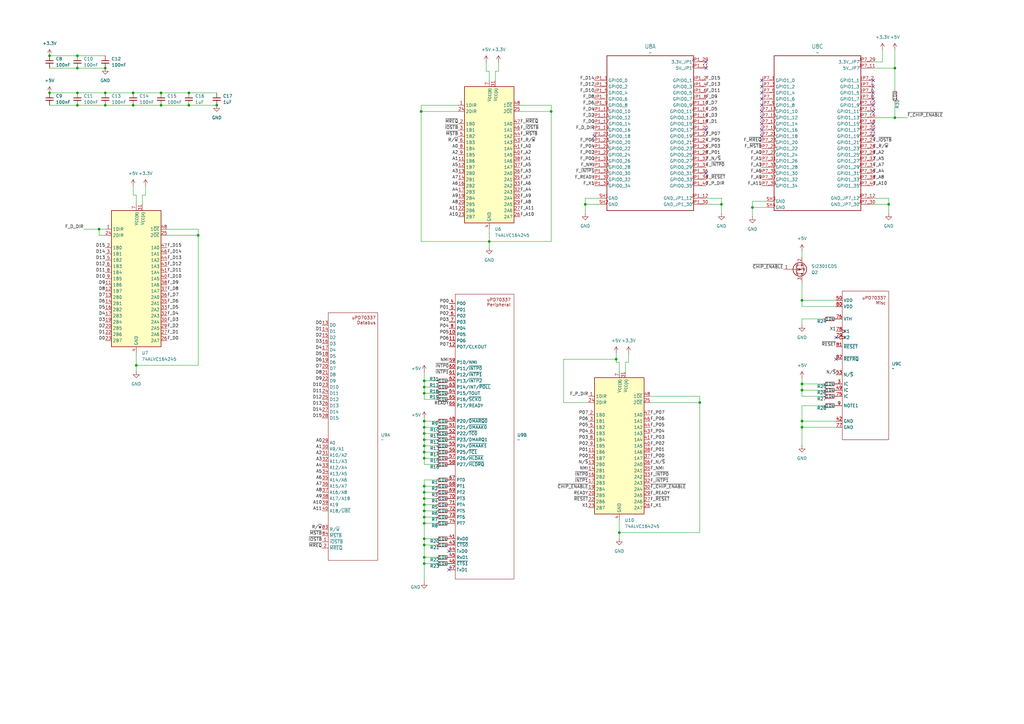
<source format=kicad_sch>
(kicad_sch (version 20231120) (generator "eeschema") (generator_version "8.0")
  (paper "A3")
  (junction (at 252.73 147.32))
  (junction (at 173.99 187.96))
  (junction (at 31.75 27.94))
  (junction (at 328.93 123.19))
  (junction (at 81.28 96.52))
  (junction (at 200.66 99.06))
  (junction (at 173.99 158.75))
  (junction (at 173.99 156.21))
  (junction (at 173.99 182.88))
  (junction (at 173.99 231.14))
  (junction (at 55.88 149.86))
  (junction (at 328.93 175.26))
  (junction (at 173.99 214.63))
  (junction (at 43.18 43.18))
  (junction (at 173.99 175.26))
  (junction (at 295.91 83.82))
  (junction (at 172.72 45.72))
  (junction (at 40.64 93.98))
  (junction (at 287.02 165.1))
  (junction (at 173.99 161.29))
  (junction (at 367.03 27.94))
  (junction (at 367.03 48.26))
  (junction (at 54.61 38.1))
  (junction (at 173.99 220.98))
  (junction (at 66.04 43.18))
  (junction (at 31.75 38.1))
  (junction (at 77.47 43.18))
  (junction (at 308.61 85.09))
  (junction (at 31.75 43.18))
  (junction (at 364.49 83.82))
  (junction (at 54.61 43.18))
  (junction (at 66.04 38.1))
  (junction (at 173.99 207.01))
  (junction (at 328.93 160.02))
  (junction (at 173.99 185.42))
  (junction (at 173.99 223.52))
  (junction (at 226.06 45.72))
  (junction (at 173.99 212.09))
  (junction (at 328.93 157.48))
  (junction (at 31.75 22.86))
  (junction (at 328.93 172.72))
  (junction (at 173.99 209.55))
  (junction (at 43.18 27.94))
  (junction (at 88.9 43.18))
  (junction (at 173.99 199.39))
  (junction (at 77.47 38.1))
  (junction (at 43.18 38.1))
  (junction (at 254 218.44))
  (junction (at 173.99 204.47))
  (junction (at 173.99 177.8))
  (junction (at 20.32 22.86))
  (junction (at 20.32 38.1))
  (junction (at 173.99 228.6))
  (junction (at 173.99 172.72))
  (junction (at 173.99 201.93))
  (junction (at 240.03 83.82))
  (junction (at 173.99 180.34))
  (no_connect (at 358.14 40.64))
  (no_connect (at 312.42 53.34))
  (no_connect (at 312.42 40.64))
  (no_connect (at 358.14 43.18))
  (no_connect (at 184.15 233.68))
  (no_connect (at 289.56 71.12))
  (no_connect (at 312.42 45.72))
  (no_connect (at 312.42 35.56))
  (no_connect (at 312.42 55.88))
  (no_connect (at 358.14 50.8))
  (no_connect (at 358.14 53.34))
  (no_connect (at 312.42 48.26))
  (no_connect (at 312.42 33.02))
  (no_connect (at 289.56 53.34))
  (no_connect (at 358.14 35.56))
  (no_connect (at 312.42 50.8))
  (no_connect (at 358.14 38.1))
  (no_connect (at 184.15 226.06))
  (no_connect (at 342.9 147.32))
  (no_connect (at 358.14 55.88))
  (no_connect (at 312.42 43.18))
  (no_connect (at 312.42 38.1))
  (no_connect (at 358.14 45.72))
  (no_connect (at 243.84 55.88))
  (no_connect (at 289.56 27.94))
  (no_connect (at 358.14 33.02))
  (no_connect (at 342.9 138.43))
  (no_connect (at 289.56 25.4))
  (wire (pts (xy 40.64 96.52) (xy 40.64 93.98)))
  (wire (pts (xy 256.54 148.59) (xy 257.81 148.59)))
  (wire (pts (xy 173.99 220.98) (xy 173.99 223.52)))
  (wire (pts (xy 173.99 231.14) (xy 179.07 231.14)))
  (wire (pts (xy 256.54 152.4) (xy 256.54 148.59)))
  (wire (pts (xy 328.93 130.81) (xy 328.93 133.35)))
  (wire (pts (xy 173.99 199.39) (xy 179.07 199.39)))
  (wire (pts (xy 187.96 43.18) (xy 172.72 43.18)))
  (wire (pts (xy 200.66 33.02) (xy 200.66 29.21)))
  (wire (pts (xy 58.42 80.01) (xy 59.69 80.01)))
  (wire (pts (xy 295.91 83.82) (xy 295.91 87.63)))
  (wire (pts (xy 213.36 45.72) (xy 226.06 45.72)))
  (wire (pts (xy 342.9 125.73) (xy 328.93 125.73)))
  (wire (pts (xy 66.04 43.18) (xy 77.47 43.18)))
  (wire (pts (xy 308.61 82.55) (xy 308.61 85.09)))
  (wire (pts (xy 328.93 102.87) (xy 328.93 105.41)))
  (wire (pts (xy 173.99 212.09) (xy 173.99 214.63)))
  (wire (pts (xy 342.9 123.19) (xy 328.93 123.19)))
  (wire (pts (xy 173.99 214.63) (xy 179.07 214.63)))
  (wire (pts (xy 173.99 187.96) (xy 173.99 190.5)))
  (wire (pts (xy 328.93 172.72) (xy 328.93 175.26)))
  (wire (pts (xy 173.99 185.42) (xy 173.99 187.96)))
  (wire (pts (xy 314.96 85.09) (xy 308.61 85.09)))
  (wire (pts (xy 55.88 80.01) (xy 54.61 80.01)))
  (wire (pts (xy 173.99 161.29) (xy 173.99 163.83)))
  (wire (pts (xy 254 152.4) (xy 254 148.59)))
  (wire (pts (xy 55.88 149.86) (xy 55.88 152.4)))
  (wire (pts (xy 287.02 162.56) (xy 266.7 162.56)))
  (wire (pts (xy 77.47 43.18) (xy 88.9 43.18)))
  (wire (pts (xy 173.99 209.55) (xy 173.99 212.09)))
  (wire (pts (xy 59.69 80.01) (xy 59.69 76.2)))
  (wire (pts (xy 173.99 201.93) (xy 173.99 204.47)))
  (wire (pts (xy 173.99 212.09) (xy 179.07 212.09)))
  (wire (pts (xy 289.56 83.82) (xy 295.91 83.82)))
  (wire (pts (xy 172.72 43.18) (xy 172.72 45.72)))
  (wire (pts (xy 43.18 96.52) (xy 40.64 96.52)))
  (wire (pts (xy 68.58 93.98) (xy 81.28 93.98)))
  (wire (pts (xy 252.73 147.32) (xy 252.73 144.78)))
  (wire (pts (xy 173.99 163.83) (xy 179.07 163.83)))
  (wire (pts (xy 287.02 165.1) (xy 287.02 218.44)))
  (wire (pts (xy 266.7 165.1) (xy 287.02 165.1)))
  (wire (pts (xy 20.32 43.18) (xy 31.75 43.18)))
  (wire (pts (xy 54.61 43.18) (xy 66.04 43.18)))
  (wire (pts (xy 58.42 83.82) (xy 58.42 80.01)))
  (wire (pts (xy 173.99 182.88) (xy 179.07 182.88)))
  (wire (pts (xy 173.99 223.52) (xy 173.99 228.6)))
  (wire (pts (xy 173.99 156.21) (xy 173.99 158.75)))
  (wire (pts (xy 226.06 45.72) (xy 226.06 43.18)))
  (wire (pts (xy 55.88 144.78) (xy 55.88 149.86)))
  (wire (pts (xy 54.61 38.1) (xy 66.04 38.1)))
  (wire (pts (xy 254 218.44) (xy 254 220.98)))
  (wire (pts (xy 240.03 83.82) (xy 240.03 87.63)))
  (wire (pts (xy 173.99 228.6) (xy 173.99 231.14)))
  (wire (pts (xy 55.88 83.82) (xy 55.88 80.01)))
  (wire (pts (xy 173.99 185.42) (xy 179.07 185.42)))
  (wire (pts (xy 68.58 96.52) (xy 81.28 96.52)))
  (wire (pts (xy 254 148.59) (xy 252.73 148.59)))
  (wire (pts (xy 328.93 160.02) (xy 337.82 160.02)))
  (wire (pts (xy 328.93 166.37) (xy 328.93 172.72)))
  (wire (pts (xy 328.93 162.56) (xy 337.82 162.56)))
  (wire (pts (xy 287.02 218.44) (xy 254 218.44)))
  (wire (pts (xy 358.14 25.4) (xy 361.95 25.4)))
  (wire (pts (xy 358.14 81.28) (xy 364.49 81.28)))
  (wire (pts (xy 367.03 27.94) (xy 367.03 20.32)))
  (wire (pts (xy 43.18 38.1) (xy 54.61 38.1)))
  (wire (pts (xy 314.96 82.55) (xy 308.61 82.55)))
  (wire (pts (xy 367.03 27.94) (xy 367.03 36.83)))
  (wire (pts (xy 372.11 48.26) (xy 367.03 48.26)))
  (wire (pts (xy 173.99 199.39) (xy 173.99 201.93)))
  (wire (pts (xy 173.99 209.55) (xy 179.07 209.55)))
  (wire (pts (xy 173.99 175.26) (xy 173.99 177.8)))
  (wire (pts (xy 81.28 149.86) (xy 55.88 149.86)))
  (wire (pts (xy 31.75 27.94) (xy 43.18 27.94)))
  (wire (pts (xy 203.2 33.02) (xy 203.2 29.21)))
  (wire (pts (xy 173.99 161.29) (xy 179.07 161.29)))
  (wire (pts (xy 173.99 190.5) (xy 179.07 190.5)))
  (wire (pts (xy 200.66 93.98) (xy 200.66 99.06)))
  (wire (pts (xy 31.75 38.1) (xy 43.18 38.1)))
  (wire (pts (xy 199.39 29.21) (xy 199.39 25.4)))
  (wire (pts (xy 173.99 171.45) (xy 173.99 172.72)))
  (wire (pts (xy 31.75 22.86) (xy 43.18 22.86)))
  (wire (pts (xy 204.47 29.21) (xy 204.47 25.4)))
  (wire (pts (xy 231.14 147.32) (xy 231.14 165.1)))
  (wire (pts (xy 328.93 157.48) (xy 337.82 157.48)))
  (wire (pts (xy 173.99 231.14) (xy 173.99 238.76)))
  (wire (pts (xy 173.99 158.75) (xy 179.07 158.75)))
  (wire (pts (xy 367.03 41.91) (xy 367.03 48.26)))
  (wire (pts (xy 81.28 93.98) (xy 81.28 96.52)))
  (wire (pts (xy 173.99 223.52) (xy 179.07 223.52)))
  (wire (pts (xy 364.49 81.28) (xy 364.49 83.82)))
  (wire (pts (xy 172.72 45.72) (xy 172.72 99.06)))
  (wire (pts (xy 173.99 177.8) (xy 179.07 177.8)))
  (wire (pts (xy 173.99 196.85) (xy 173.99 199.39)))
  (wire (pts (xy 173.99 201.93) (xy 179.07 201.93)))
  (wire (pts (xy 328.93 157.48) (xy 328.93 160.02)))
  (wire (pts (xy 77.47 38.1) (xy 88.9 38.1)))
  (wire (pts (xy 231.14 147.32) (xy 252.73 147.32)))
  (wire (pts (xy 20.32 27.94) (xy 31.75 27.94)))
  (wire (pts (xy 173.99 204.47) (xy 173.99 207.01)))
  (wire (pts (xy 240.03 81.28) (xy 240.03 83.82)))
  (wire (pts (xy 308.61 85.09) (xy 308.61 88.9)))
  (wire (pts (xy 173.99 182.88) (xy 173.99 185.42)))
  (wire (pts (xy 173.99 158.75) (xy 173.99 161.29)))
  (wire (pts (xy 328.93 130.81) (xy 337.82 130.81)))
  (wire (pts (xy 364.49 83.82) (xy 364.49 87.63)))
  (wire (pts (xy 328.93 123.19) (xy 328.93 125.73)))
  (wire (pts (xy 173.99 204.47) (xy 179.07 204.47)))
  (wire (pts (xy 328.93 115.57) (xy 328.93 123.19)))
  (wire (pts (xy 254 213.36) (xy 254 218.44)))
  (wire (pts (xy 287.02 165.1) (xy 287.02 162.56)))
  (wire (pts (xy 200.66 99.06) (xy 200.66 101.6)))
  (wire (pts (xy 173.99 177.8) (xy 173.99 180.34)))
  (wire (pts (xy 172.72 45.72) (xy 187.96 45.72)))
  (wire (pts (xy 342.9 172.72) (xy 328.93 172.72)))
  (wire (pts (xy 328.93 175.26) (xy 342.9 175.26)))
  (wire (pts (xy 295.91 81.28) (xy 295.91 83.82)))
  (wire (pts (xy 173.99 214.63) (xy 173.99 220.98)))
  (wire (pts (xy 361.95 25.4) (xy 361.95 20.32)))
  (wire (pts (xy 81.28 96.52) (xy 81.28 149.86)))
  (wire (pts (xy 328.93 160.02) (xy 328.93 162.56)))
  (wire (pts (xy 54.61 80.01) (xy 54.61 76.2)))
  (wire (pts (xy 173.99 172.72) (xy 179.07 172.72)))
  (wire (pts (xy 241.3 165.1) (xy 231.14 165.1)))
  (wire (pts (xy 173.99 228.6) (xy 179.07 228.6)))
  (wire (pts (xy 34.29 93.98) (xy 40.64 93.98)))
  (wire (pts (xy 31.75 43.18) (xy 43.18 43.18)))
  (wire (pts (xy 358.14 83.82) (xy 364.49 83.82)))
  (wire (pts (xy 328.93 175.26) (xy 328.93 182.88)))
  (wire (pts (xy 226.06 45.72) (xy 226.06 99.06)))
  (wire (pts (xy 367.03 48.26) (xy 358.14 48.26)))
  (wire (pts (xy 173.99 175.26) (xy 179.07 175.26)))
  (wire (pts (xy 66.04 38.1) (xy 77.47 38.1)))
  (wire (pts (xy 20.32 22.86) (xy 31.75 22.86)))
  (wire (pts (xy 40.64 93.98) (xy 43.18 93.98)))
  (wire (pts (xy 226.06 43.18) (xy 213.36 43.18)))
  (wire (pts (xy 289.56 81.28) (xy 295.91 81.28)))
  (wire (pts (xy 173.99 207.01) (xy 173.99 209.55)))
  (wire (pts (xy 200.66 29.21) (xy 199.39 29.21)))
  (wire (pts (xy 173.99 172.72) (xy 173.99 175.26)))
  (wire (pts (xy 173.99 196.85) (xy 179.07 196.85)))
  (wire (pts (xy 358.14 27.94) (xy 367.03 27.94)))
  (wire (pts (xy 246.38 81.28) (xy 240.03 81.28)))
  (wire (pts (xy 203.2 29.21) (xy 204.47 29.21)))
  (wire (pts (xy 173.99 156.21) (xy 179.07 156.21)))
  (wire (pts (xy 173.99 180.34) (xy 179.07 180.34)))
  (wire (pts (xy 257.81 148.59) (xy 257.81 144.78)))
  (wire (pts (xy 328.93 166.37) (xy 337.82 166.37)))
  (wire (pts (xy 173.99 220.98) (xy 179.07 220.98)))
  (wire (pts (xy 172.72 99.06) (xy 200.66 99.06)))
  (wire (pts (xy 328.93 154.94) (xy 328.93 157.48)))
  (wire (pts (xy 246.38 83.82) (xy 240.03 83.82)))
  (wire (pts (xy 252.73 148.59) (xy 252.73 147.32)))
  (wire (pts (xy 173.99 152.4) (xy 173.99 156.21)))
  (wire (pts (xy 173.99 207.01) (xy 179.07 207.01)))
  (wire (pts (xy 173.99 180.34) (xy 173.99 182.88)))
  (wire (pts (xy 20.32 38.1) (xy 31.75 38.1)))
  (wire (pts (xy 173.99 187.96) (xy 179.07 187.96)))
  (wire (pts (xy 43.18 43.18) (xy 54.61 43.18)))
  (wire (pts (xy 226.06 99.06) (xy 200.66 99.06)))
  (label "F_~{MSTB}" (at 312.42 60.96 180))
  (label "F_A5" (at 213.36 68.58 0))
  (label "A1" (at 187.96 66.04 180))
  (label "D6" (at 132.08 148.59 180))
  (label "~{MSTB}" (at 132.08 219.71 180))
  (label "D1" (at 132.08 135.89 180))
  (label "A4" (at 187.96 78.74 180))
  (label "A0" (at 187.96 60.96 180))
  (label "F_A6" (at 213.36 76.2 0))
  (label "F_D_DIR" (at 243.84 53.34 180))
  (label "P02" (at 184.15 129.54 180))
  (label "A1" (at 132.08 184.15 180))
  (label "F_A10" (at 358.14 76.2 0))
  (label "F_P03" (at 289.56 60.96 0))
  (label "D4" (at 132.08 143.51 180))
  (label "D6" (at 43.18 124.46 180))
  (label "F_D8" (at 68.58 119.38 0))
  (label "F_N{slash}~{S}" (at 266.7 190.5 0))
  (label "A10" (at 187.96 88.9 180))
  (label "F_P06" (at 266.7 172.72 0))
  (label "D0" (at 132.08 133.35 180))
  (label "F_D3" (at 289.56 48.26 0))
  (label "~{CHIP_ENABLE}" (at 241.3 200.66 180))
  (label "READY" (at 184.15 166.37 180))
  (label "R{slash}~{W}" (at 132.08 217.17 180))
  (label "F_A1" (at 312.42 66.04 180))
  (label "D11" (at 132.08 161.29 180))
  (label "P00" (at 184.15 124.46 180))
  (label "D1" (at 43.18 137.16 180))
  (label "D13" (at 43.18 106.68 180))
  (label "F_R{slash}~{W}" (at 358.14 60.96 0))
  (label "F_~{MREQ}" (at 312.42 58.42 180))
  (label "~{INTP1}" (at 184.15 153.67 180))
  (label "D7" (at 132.08 151.13 180))
  (label "~{INTP0}" (at 184.15 151.13 180))
  (label "A2" (at 132.08 186.69 180))
  (label "F_D9" (at 68.58 116.84 0))
  (label "A6" (at 132.08 196.85 180))
  (label "F_P04" (at 266.7 177.8 0))
  (label "N{slash}~{S}" (at 241.3 190.5 180))
  (label "F_A4" (at 213.36 78.74 0))
  (label "F_D4" (at 68.58 129.54 0))
  (label "P02" (at 241.3 182.88 180))
  (label "P06" (at 184.15 139.7 180))
  (label "F_D2" (at 68.58 134.62 0))
  (label "~{IOSTB}" (at 187.96 53.34 180))
  (label "A8" (at 187.96 83.82 180))
  (label "F_A0" (at 312.42 63.5 180))
  (label "F_P_DIR" (at 241.3 162.56 180))
  (label "F_D5" (at 68.58 127 0))
  (label "D10" (at 132.08 158.75 180))
  (label "D2" (at 43.18 134.62 180))
  (label "F_D0" (at 243.84 50.8 180))
  (label "A11" (at 187.96 86.36 180))
  (label "F_D13" (at 68.58 106.68 0))
  (label "F_R{slash}~{W}" (at 213.36 58.42 0))
  (label "~{F_CHIP_ENABLE}" (at 266.7 200.66 0))
  (label "F_D1" (at 68.58 137.16 0))
  (label "F_P02" (at 243.84 63.5 180))
  (label "F_A5" (at 358.14 66.04 0))
  (label "D14" (at 43.18 104.14 180))
  (label "A5" (at 132.08 194.31 180))
  (label "D15" (at 132.08 171.45 180))
  (label "~{INTP1}" (at 241.3 198.12 180))
  (label "F_A9" (at 213.36 81.28 0))
  (label "F_A3" (at 213.36 71.12 0))
  (label "~{MREQ}" (at 132.08 224.79 180))
  (label "F_A11" (at 213.36 86.36 0))
  (label "D12" (at 43.18 109.22 180))
  (label "F_P00" (at 243.84 66.04 180))
  (label "F_P01" (at 266.7 185.42 0))
  (label "A2" (at 187.96 63.5 180))
  (label "A4" (at 132.08 191.77 180))
  (label "D7" (at 43.18 121.92 180))
  (label "NMI" (at 241.3 193.04 180))
  (label "X1" (at 342.9 135.89 180))
  (label "F_N{slash}~{S}" (at 289.56 66.04 0))
  (label "P01" (at 241.3 185.42 180))
  (label "F_D15" (at 289.56 33.02 0))
  (label "F_P05" (at 289.56 58.42 0))
  (label "D15" (at 43.18 101.6 180))
  (label "~{CHIP_ENABLE}" (at 321.31 110.49 180))
  (label "~{RESET}" (at 342.9 142.24 180))
  (label "F_P03" (at 266.7 180.34 0))
  (label "R{slash}~{W}" (at 187.96 58.42 180))
  (label "F_P02" (at 266.7 182.88 0))
  (label "D5" (at 43.18 127 180))
  (label "D10" (at 43.18 114.3 180))
  (label "A9" (at 132.08 204.47 180))
  (label "F_A7" (at 358.14 68.58 0))
  (label "P00" (at 241.3 187.96 180))
  (label "F_~{INTP0}" (at 266.7 195.58 0))
  (label "P06" (at 241.3 172.72 180))
  (label "P05" (at 241.3 175.26 180))
  (label "F_D7" (at 68.58 121.92 0))
  (label "F_A4" (at 358.14 71.12 0))
  (label "F_D10" (at 243.84 38.1 180))
  (label "A8" (at 132.08 201.93 180))
  (label "P03" (at 241.3 180.34 180))
  (label "F_~{INTP0}" (at 289.56 68.58 0))
  (label "F_~{INTP1}" (at 266.7 198.12 0))
  (label "F_A2" (at 358.14 63.5 0))
  (label "~{F_CHIP_ENABLE}" (at 372.11 48.26 0))
  (label "D14" (at 132.08 168.91 180))
  (label "~{INTP0}" (at 241.3 195.58 180))
  (label "F_D8" (at 243.84 40.64 180))
  (label "D2" (at 132.08 138.43 180))
  (label "F_A1" (at 213.36 66.04 0))
  (label "D12" (at 132.08 163.83 180))
  (label "D11" (at 43.18 111.76 180))
  (label "READY" (at 241.3 203.2 180))
  (label "F_~{RESET}" (at 266.7 205.74 0))
  (label "X1" (at 241.3 208.28 180))
  (label "F_D_DIR" (at 34.29 93.98 180))
  (label "A5" (at 187.96 68.58 180))
  (label "~{MREQ}" (at 187.96 50.8 180))
  (label "D0" (at 43.18 139.7 180))
  (label "~{MSTB}" (at 187.96 55.88 180))
  (label "F_A7" (at 213.36 73.66 0))
  (label "D4" (at 43.18 129.54 180))
  (label "A0" (at 132.08 181.61 180))
  (label "F_D12" (at 243.84 35.56 180))
  (label "F_D11" (at 289.56 38.1 0))
  (label "D3" (at 132.08 140.97 180))
  (label "NMI" (at 184.15 148.59 180))
  (label "A6" (at 187.96 76.2 180))
  (label "F_~{INTP1}" (at 243.84 71.12 180))
  (label "F_READY" (at 266.7 203.2 0))
  (label "~{RESET}" (at 241.3 205.74 180))
  (label "F_P01" (at 289.56 63.5 0))
  (label "F_D7" (at 289.56 43.18 0))
  (label "D3" (at 43.18 132.08 180))
  (label "D9" (at 132.08 156.21 180))
  (label "A3" (at 132.08 189.23 180))
  (label "F_NMI" (at 243.84 68.58 180))
  (label "A3" (at 187.96 71.12 180))
  (label "F_P04" (at 243.84 60.96 180))
  (label "P03" (at 184.15 132.08 180))
  (label "F_~{MSTB}" (at 213.36 55.88 0))
  (label "A9" (at 187.96 81.28 180))
  (label "F_D11" (at 68.58 111.76 0))
  (label "F_A0" (at 213.36 60.96 0))
  (label "F_READY" (at 243.84 73.66 180))
  (label "A7" (at 187.96 73.66 180))
  (label "F_D5" (at 289.56 45.72 0))
  (label "F_A3" (at 312.42 68.58 180))
  (label "D8" (at 132.08 153.67 180))
  (label "F_A11" (at 312.42 76.2 180))
  (label "F_D4" (at 243.84 45.72 180))
  (label "F_D12" (at 68.58 109.22 0))
  (label "F_D9" (at 289.56 40.64 0))
  (label "F_A8" (at 358.14 73.66 0))
  (label "P07" (at 241.3 170.18 180))
  (label "F_~{IOSTB}" (at 358.14 58.42 0))
  (label "D5" (at 132.08 146.05 180))
  (label "F_D2" (at 243.84 48.26 180))
  (label "D9" (at 43.18 116.84 180))
  (label "F_D0" (at 68.58 139.7 0))
  (label "F_A8" (at 213.36 83.82 0))
  (label "F_D1" (at 289.56 50.8 0))
  (label "F_~{IOSTB}" (at 213.36 53.34 0))
  (label "P04" (at 184.15 134.62 180))
  (label "F_P_DIR" (at 289.56 76.2 0))
  (label "P07" (at 184.15 142.24 180))
  (label "F_D14" (at 243.84 33.02 180))
  (label "F_X1" (at 266.7 208.28 0))
  (label "P01" (at 184.15 127 180))
  (label "F_NMI" (at 266.7 193.04 0))
  (label "A7" (at 132.08 199.39 180))
  (label "D8" (at 43.18 119.38 180))
  (label "F_P05" (at 266.7 175.26 0))
  (label "F_D6" (at 243.84 43.18 180))
  (label "F_D15" (at 68.58 101.6 0))
  (label "F_P00" (at 266.7 187.96 0))
  (label "F_D14" (at 68.58 104.14 0))
  (label "F_D3" (at 68.58 132.08 0))
  (label "F_P06" (at 243.84 58.42 180))
  (label "A10" (at 132.08 207.01 180))
  (label "F_P07" (at 289.56 55.88 0))
  (label "F_P07" (at 266.7 170.18 0))
  (label "F_D13" (at 289.56 35.56 0))
  (label "D13" (at 132.08 166.37 180))
  (label "P05" (at 184.15 137.16 180))
  (label "F_A2" (at 213.36 63.5 0))
  (label "N{slash}~{S}" (at 342.9 153.67 180))
  (label "F_X1" (at 243.84 76.2 180))
  (label "P04" (at 241.3 177.8 180))
  (label "A11" (at 132.08 209.55 180))
  (label "F_A9" (at 312.42 73.66 180))
  (label "F_A10" (at 213.36 88.9 0))
  (label "F_A6" (at 312.42 71.12 180))
  (label "F_~{RESET}" (at 289.56 73.66 0))
  (label "F_D6" (at 68.58 124.46 0))
  (label "~{IOSTB}" (at 132.08 222.25 180))
  (label "F_~{MREQ}" (at 213.36 50.8 0))
  (label "F_D10" (at 68.58 114.3 0))
  (symbol (lib_id "power:GND") (at 173.99 238.76 0) (unit 1)
    (property "Reference" "#PWR043" (effects (hide yes)))
    (property "Value" "GND" (at 170.434 240.792 0))
    (property "Description" "Power symbol creates a global label with name \"GND\" , ground" (effects (hide yes)))
  )
  (symbol (lib_id "Device:R_Small") (at 181.61 204.47 90) (unit 1)
    (property "Reference" "R4" (at 178.308 205.486 90))
    (property "Value" "10k" (at 181.61 204.47 90))
    (property "Footprint" "Resistor_SMD:R_0603_1608Metric" (effects (hide yes)))
    (property "Description" "Resistor, small symbol" (effects (hide yes)))
    (property "MPN" "C25804" (effects (hide yes)))
  )
  (symbol (lib_id "Device:R_Small") (at 181.61 163.83 90) (unit 1)
    (property "Reference" "R19" (at 178.054 162.814 90))
    (property "Value" "10k" (at 181.61 163.83 90))
    (property "Footprint" "Resistor_SMD:R_0603_1608Metric" (effects (hide yes)))
    (property "Description" "Resistor, small symbol" (effects (hide yes)))
    (property "MPN" "C25804" (effects (hide yes)))
  )
  (symbol (lib_id "Device:R_Small") (at 181.61 201.93 90) (unit 1)
    (property "Reference" "R3" (at 178.308 202.946 90))
    (property "Value" "10k" (at 181.61 201.93 90))
    (property "Footprint" "Resistor_SMD:R_0603_1608Metric" (effects (hide yes)))
    (property "Description" "Resistor, small symbol" (effects (hide yes)))
    (property "MPN" "C25804" (effects (hide yes)))
  )
  (symbol (lib_id "Device:R_Small") (at 181.61 158.75 90) (unit 1)
    (property "Reference" "R17" (at 178.054 157.988 90))
    (property "Value" "10k" (at 181.61 158.75 90))
    (property "Footprint" "Resistor_SMD:R_0603_1608Metric" (effects (hide yes)))
    (property "Description" "Resistor, small symbol" (effects (hide yes)))
    (property "MPN" "C25804" (effects (hide yes)))
  )
  (symbol (lib_id "Device:R_Small") (at 340.36 160.02 90) (unit 1)
    (property "Reference" "R26" (at 337.058 161.036 90))
    (property "Value" "10k" (at 340.36 160.02 90))
    (property "Footprint" "Resistor_SMD:R_0603_1608Metric" (effects (hide yes)))
    (property "Description" "Resistor, small symbol" (effects (hide yes)))
    (property "MPN" "C25804" (effects (hide yes)))
  )
  (symbol (lib_id "power:+3.3V") (at 204.47 25.4 0) (unit 1)
    (property "Reference" "#PWR028" (effects (hide yes)))
    (property "Value" "+3.3V" (at 204.47 20.32 0))
    (property "Description" "Power symbol creates a global label with name \"+3.3V\"" (effects (hide yes)))
  )
  (symbol (lib_id "Device:C_Small") (at 54.61 40.64 0) (unit 1)
    (property "Reference" "C14" (at 57.15 39.3762 0) (effects (justify left)))
    (property "Value" "100nF" (at 57.15 41.9162 0) (effects (justify left)))
    (property "Footprint" "Capacitor_SMD:C_0603_1608Metric" (effects (hide yes)))
    (property "Description" "Unpolarized capacitor, small symbol" (effects (hide yes)))
    (property "MPN" "C14663" (effects (hide yes)))
  )
  (symbol (lib_id "Device:R_Small") (at 181.61 207.01 90) (unit 1)
    (property "Reference" "R5" (at 178.308 208.026 90))
    (property "Value" "10k" (at 181.61 207.01 90))
    (property "Footprint" "Resistor_SMD:R_0603_1608Metric" (effects (hide yes)))
    (property "Description" "Resistor, small symbol" (effects (hide yes)))
    (property "MPN" "C25804" (effects (hide yes)))
  )
  (symbol (lib_id "power:GND") (at 328.93 182.88 0) (unit 1)
    (property "Reference" "#PWR032" (effects (hide yes)))
    (property "Value" "GND" (at 328.93 187.96 0))
    (property "Description" "Power symbol creates a global label with name \"GND\" , ground" (effects (hide yes)))
  )
  (symbol (lib_id "power:+5V") (at 173.99 152.4 0) (unit 1)
    (property "Reference" "#PWR045" (effects (hide yes)))
    (property "Value" "+5V" (at 170.688 151.13 0))
    (property "Description" "Power symbol creates a global label with name \"+5V\"" (effects (hide yes)))
  )
  (symbol (lib_id "power:GND") (at 364.49 87.63 0) (unit 1)
    (property "Reference" "#PWR039" (effects (hide yes)))
    (property "Value" "GND" (at 364.49 92.71 0))
    (property "Description" "Power symbol creates a global label with name \"GND\" , ground" (effects (hide yes)))
  )
  (symbol (lib_id "Device:C_Small") (at 20.32 40.64 0) (unit 1)
    (property "Reference" "C9" (at 22.86 39.3762 0) (effects (justify left)))
    (property "Value" "100nF" (at 22.86 41.9162 0) (effects (justify left)))
    (property "Footprint" "Capacitor_SMD:C_0603_1608Metric" (effects (hide yes)))
    (property "Description" "Unpolarized capacitor, small symbol" (effects (hide yes)))
    (property "MPN" "C14663" (effects (hide yes)))
  )
  (symbol (lib_id "NEC-DE10:V35S") (at 358.14 176.53 0) (unit 3)
    (property "Reference" "U9" (at 365.76 149.2249 0) (effects (justify left)))
    (property "Value" "~" (at 365.76 151.13 0) (effects (justify left)))
    (property "Footprint" "Package_LCC:PLCC-84_THT-Socket" (effects (hide yes)))
  )
  (symbol (lib_id "Device:R_Small") (at 181.61 196.85 90) (unit 1)
    (property "Reference" "R1" (at 178.308 197.866 90))
    (property "Value" "10k" (at 181.61 196.85 90))
    (property "Footprint" "Resistor_SMD:R_0603_1608Metric" (effects (hide yes)))
    (property "Description" "Resistor, small symbol" (effects (hide yes)))
    (property "MPN" "C25804" (effects (hide yes)))
  )
  (symbol (lib_id "power:GND") (at 308.61 88.9 0) (mirror y) (unit 1)
    (property "Reference" "#PWR036" (effects (hide yes)))
    (property "Value" "GND" (at 308.61 93.98 0))
    (property "Description" "Power symbol creates a global label with name \"GND\" , ground" (effects (hide yes)))
  )
  (symbol (lib_id "power:+3.3V") (at 20.32 22.86 0) (unit 1)
    (property "Reference" "#PWR022" (effects (hide yes)))
    (property "Value" "+3.3V" (at 20.32 17.78 0))
    (property "Description" "Power symbol creates a global label with name \"+3.3V\"" (effects (hide yes)))
  )
  (symbol (lib_id "Device:R_Small") (at 181.61 220.98 90) (unit 1)
    (property "Reference" "R20" (at 178.308 221.996 90))
    (property "Value" "10k" (at 181.61 220.98 90))
    (property "Footprint" "Resistor_SMD:R_0603_1608Metric" (effects (hide yes)))
    (property "Description" "Resistor, small symbol" (effects (hide yes)))
    (property "MPN" "C25804" (effects (hide yes)))
  )
  (symbol (lib_id "power:GND") (at 55.88 152.4 0) (unit 1)
    (property "Reference" "#PWR030" (effects (hide yes)))
    (property "Value" "GND" (at 55.88 157.48 0))
    (property "Description" "Power symbol creates a global label with name \"GND\" , ground" (effects (hide yes)))
  )
  (symbol (lib_id "Device:C_Small") (at 31.75 40.64 0) (unit 1)
    (property "Reference" "C11" (at 34.29 39.3762 0) (effects (justify left)))
    (property "Value" "100nF" (at 34.29 41.9162 0) (effects (justify left)))
    (property "Footprint" "Capacitor_SMD:C_0603_1608Metric" (effects (hide yes)))
    (property "Description" "Unpolarized capacitor, small symbol" (effects (hide yes)))
    (property "MPN" "C14663" (effects (hide yes)))
  )
  (symbol (lib_id "Device:R_Small") (at 181.61 161.29 90) (unit 1)
    (property "Reference" "R18" (at 178.054 160.528 90))
    (property "Value" "10k" (at 181.61 161.29 90))
    (property "Footprint" "Resistor_SMD:R_0603_1608Metric" (effects (hide yes)))
    (property "Description" "Resistor, small symbol" (effects (hide yes)))
    (property "MPN" "C25804" (effects (hide yes)))
  )
  (symbol (lib_id "Device:R_Small") (at 340.36 166.37 90) (unit 1)
    (property "Reference" "R28" (at 337.058 167.386 90))
    (property "Value" "10k" (at 340.36 166.37 90))
    (property "Footprint" "Resistor_SMD:R_0603_1608Metric" (effects (hide yes)))
    (property "Description" "Resistor, small symbol" (effects (hide yes)))
    (property "MPN" "C25804" (effects (hide yes)))
  )
  (symbol (lib_id "power:+3.3V") (at 257.81 144.78 0) (unit 1)
    (property "Reference" "#PWR042" (effects (hide yes)))
    (property "Value" "+3.3V" (at 257.81 139.7 0))
    (property "Description" "Power symbol creates a global label with name \"+3.3V\"" (effects (hide yes)))
  )
  (symbol (lib_id "power:+5V") (at 199.39 25.4 0) (unit 1)
    (property "Reference" "#PWR026" (effects (hide yes)))
    (property "Value" "+5V" (at 199.39 20.32 0))
    (property "Description" "Power symbol creates a global label with name \"+5V\"" (effects (hide yes)))
  )
  (symbol (lib_id "Device:C_Small") (at 77.47 40.64 0) (unit 1)
    (property "Reference" "C16" (at 80.01 39.3762 0) (effects (justify left)))
    (property "Value" "1uF" (at 80.01 41.9162 0) (effects (justify left)))
    (property "Footprint" "Capacitor_SMD:C_0603_1608Metric" (effects (hide yes)))
    (property "Description" "Unpolarized capacitor, small symbol" (effects (hide yes)))
    (property "MPN" "C15849" (effects (hide yes)))
  )
  (symbol (lib_id "Device:R_Small") (at 340.36 130.81 90) (unit 1)
    (property "Reference" "R24" (at 337.058 131.826 90))
    (property "Value" "10k" (at 340.36 130.81 90))
    (property "Footprint" "Resistor_SMD:R_0603_1608Metric" (effects (hide yes)))
    (property "Description" "Resistor, small symbol" (effects (hide yes)))
    (property "MPN" "C25804" (effects (hide yes)))
  )
  (symbol (lib_id "power:GND") (at 43.18 27.94 0) (unit 1)
    (property "Reference" "#PWR024" (effects (hide yes)))
    (property "Value" "GND" (at 43.18 33.02 0))
    (property "Description" "Power symbol creates a global label with name \"GND\" , ground" (effects (hide yes)))
  )
  (symbol (lib_id "Device:Q_PMOS_GSD") (at 326.39 110.49 0) (mirror x) (unit 1)
    (property "Reference" "Q2" (at 332.74 111.7601 0) (effects (justify left)))
    (property "Value" "SI2301CDS" (at 332.74 109.2201 0) (effects (justify left)))
    (property "Footprint" "Package_TO_SOT_SMD:SOT-23" (effects (hide yes)))
    (property "Description" "P-MOSFET transistor, gate/source/drain" (effects (hide yes)))
    (property "MPN" "C10487" (effects (hide yes)))
  )
  (symbol (lib_id "Device:R_Small") (at 181.61 190.5 90) (unit 1)
    (property "Reference" "R16" (at 178.308 191.516 90))
    (property "Value" "10k" (at 181.61 190.5 90))
    (property "Footprint" "Resistor_SMD:R_0603_1608Metric" (effects (hide yes)))
    (property "Description" "Resistor, small symbol" (effects (hide yes)))
    (property "MPN" "C25804" (effects (hide yes)))
  )
  (symbol (lib_id "power:GND") (at 328.93 133.35 0) (unit 1)
    (property "Reference" "#PWR047" (effects (hide yes)))
    (property "Value" "GND" (at 328.93 138.43 0))
    (property "Description" "Power symbol creates a global label with name \"GND\" , ground" (effects (hide yes)))
  )
  (symbol (lib_id "power:GND") (at 254 220.98 0) (unit 1)
    (property "Reference" "#PWR040" (effects (hide yes)))
    (property "Value" "GND" (at 254 226.06 0))
    (property "Description" "Power symbol creates a global label with name \"GND\" , ground" (effects (hide yes)))
  )
  (symbol (lib_id "Device:R_Small") (at 181.61 185.42 90) (unit 1)
    (property "Reference" "R14" (at 178.308 186.436 90))
    (property "Value" "10k" (at 181.61 185.42 90))
    (property "Footprint" "Resistor_SMD:R_0603_1608Metric" (effects (hide yes)))
    (property "Description" "Resistor, small symbol" (effects (hide yes)))
    (property "MPN" "C25804" (effects (hide yes)))
  )
  (symbol (lib_id "Device:R_Small") (at 181.61 156.21 90) (unit 1)
    (property "Reference" "R31" (at 178.054 155.448 90))
    (property "Value" "10k" (at 181.61 156.21 90))
    (property "Footprint" "Resistor_SMD:R_0603_1608Metric" (effects (hide yes)))
    (property "Description" "Resistor, small symbol" (effects (hide yes)))
    (property "MPN" "C25804" (effects (hide yes)))
  )
  (symbol (lib_id "Device:R_Small") (at 181.61 180.34 90) (unit 1)
    (property "Reference" "R12" (at 178.308 181.356 90))
    (property "Value" "10k" (at 181.61 180.34 90))
    (property "Footprint" "Resistor_SMD:R_0603_1608Metric" (effects (hide yes)))
    (property "Description" "Resistor, small symbol" (effects (hide yes)))
    (property "MPN" "C25804" (effects (hide yes)))
  )
  (symbol (lib_id "Device:R_Small") (at 181.61 187.96 90) (unit 1)
    (property "Reference" "R15" (at 178.308 188.976 90))
    (property "Value" "10k" (at 181.61 187.96 90))
    (property "Footprint" "Resistor_SMD:R_0603_1608Metric" (effects (hide yes)))
    (property "Description" "Resistor, small symbol" (effects (hide yes)))
    (property "MPN" "C25804" (effects (hide yes)))
  )
  (symbol (lib_id "power:+5V") (at 54.61 76.2 0) (unit 1)
    (property "Reference" "#PWR029" (effects (hide yes)))
    (property "Value" "+5V" (at 54.61 71.12 0))
    (property "Description" "Power symbol creates a global label with name \"+5V\"" (effects (hide yes)))
  )
  (symbol (lib_id "Device:R_Small") (at 181.61 177.8 90) (unit 1)
    (property "Reference" "R11" (at 178.308 178.816 90))
    (property "Value" "10k" (at 181.61 177.8 90))
    (property "Footprint" "Resistor_SMD:R_0603_1608Metric" (effects (hide yes)))
    (property "Description" "Resistor, small symbol" (effects (hide yes)))
    (property "MPN" "C25804" (effects (hide yes)))
  )
  (symbol (lib_id "NEC-DE10:V35S") (at 147.32 185.42 0) (unit 1)
    (property "Reference" "U9" (at 156.21 178.4349 0) (effects (justify left)))
    (property "Value" "~" (at 156.21 180.34 0) (effects (justify left)))
    (property "Footprint" "Package_LCC:PLCC-84_THT-Socket" (effects (hide yes)))
  )
  (symbol (lib_id "Device:C_Small") (at 43.18 25.4 0) (unit 1)
    (property "Reference" "C12" (at 45.72 24.1362 0) (effects (justify left)))
    (property "Value" "100nF" (at 45.72 26.6762 0) (effects (justify left)))
    (property "Footprint" "Capacitor_SMD:C_0603_1608Metric" (effects (hide yes)))
    (property "Description" "Unpolarized capacitor, small symbol" (effects (hide yes)))
    (property "MPN" "C14663" (effects (hide yes)))
  )
  (symbol (lib_id "Device:R_Small") (at 181.61 231.14 90) (unit 1)
    (property "Reference" "R23" (at 178.308 232.156 90))
    (property "Value" "10k" (at 181.61 231.14 90))
    (property "Footprint" "Resistor_SMD:R_0603_1608Metric" (effects (hide yes)))
    (property "Description" "Resistor, small symbol" (effects (hide yes)))
    (property "MPN" "C25804" (effects (hide yes)))
  )
  (symbol (lib_id "power:GND") (at 295.91 87.63 0) (unit 1)
    (property "Reference" "#PWR035" (effects (hide yes)))
    (property "Value" "GND" (at 295.91 92.71 0))
    (property "Description" "Power symbol creates a global label with name \"GND\" , ground" (effects (hide yes)))
  )
  (symbol (lib_id "power:+5V") (at 328.93 154.94 0) (unit 1)
    (property "Reference" "#PWR046" (effects (hide yes)))
    (property "Value" "+5V" (at 328.93 149.86 0))
    (property "Description" "Power symbol creates a global label with name \"+5V\"" (effects (hide yes)))
  )
  (symbol (lib_id "Device:C_Small") (at 66.04 40.64 0) (unit 1)
    (property "Reference" "C15" (at 68.58 39.3762 0) (effects (justify left)))
    (property "Value" "100nF" (at 68.58 41.9162 0) (effects (justify left)))
    (property "Footprint" "Capacitor_SMD:C_0603_1608Metric" (effects (hide yes)))
    (property "Description" "Unpolarized capacitor, small symbol" (effects (hide yes)))
    (property "MPN" "C14663" (effects (hide yes)))
  )
  (symbol (lib_id "NEC-DE10:V35S") (at 199.39 177.8 0) (unit 2)
    (property "Reference" "U9" (at 212.09 178.4349 0) (effects (justify left)))
    (property "Value" "~" (at 212.09 180.34 0) (effects (justify left)))
    (property "Footprint" "Package_LCC:PLCC-84_THT-Socket" (effects (hide yes)))
  )
  (symbol (lib_id "Device:R_Small") (at 181.61 199.39 90) (unit 1)
    (property "Reference" "R2" (at 178.308 200.406 90))
    (property "Value" "10k" (at 181.61 199.39 90))
    (property "Footprint" "Resistor_SMD:R_0603_1608Metric" (effects (hide yes)))
    (property "Description" "Resistor, small symbol" (effects (hide yes)))
    (property "MPN" "C25804" (effects (hide yes)))
  )
  (symbol (lib_id "Device:R_Small") (at 181.61 175.26 90) (unit 1)
    (property "Reference" "R10" (at 178.308 176.276 90))
    (property "Value" "10k" (at 181.61 175.26 90))
    (property "Footprint" "Resistor_SMD:R_0603_1608Metric" (effects (hide yes)))
    (property "Description" "Resistor, small symbol" (effects (hide yes)))
    (property "MPN" "C25804" (effects (hide yes)))
  )
  (symbol (lib_id "power:+5V") (at 252.73 144.78 0) (unit 1)
    (property "Reference" "#PWR038" (effects (hide yes)))
    (property "Value" "+5V" (at 252.73 139.7 0))
    (property "Description" "Power symbol creates a global label with name \"+5V\"" (effects (hide yes)))
  )
  (symbol (lib_id "Device:R_Small") (at 181.61 172.72 90) (unit 1)
    (property "Reference" "R9" (at 178.308 173.736 90))
    (property "Value" "10k" (at 181.61 172.72 90))
    (property "Footprint" "Resistor_SMD:R_0603_1608Metric" (effects (hide yes)))
    (property "Description" "Resistor, small symbol" (effects (hide yes)))
    (property "MPN" "C25804" (effects (hide yes)))
  )
  (symbol (lib_id "Device:R_Small") (at 367.03 39.37 180) (unit 1)
    (property "Reference" "R30" (at 368.046 42.672 90))
    (property "Value" "10k" (at 367.03 39.37 90))
    (property "Footprint" "Resistor_SMD:R_0603_1608Metric" (effects (hide yes)))
    (property "Description" "Resistor, small symbol" (effects (hide yes)))
    (property "MPN" "C25804" (effects (hide yes)))
  )
  (symbol (lib_id "NEC-DE10:P0496") (at 335.28 55.88 0) (unit 3)
    (property "Reference" "U8" (at 335.28 19.05 0) (effects (font (size 1.778 1.5113))))
    (property "Value" "~" (at 335.28 21.59 0) (effects (font (size 1.778 1.5113))))
    (property "Footprint" "NEC-DE10:MODULE_P0496" (effects (hide yes)))
    (property "Description" "https://pricing.snapeda.com/parts/P0496/Terasic%20Inc./view-part?ref=eda Check availability" (effects (hide yes)))
  )
  (symbol (lib_id "Device:R_Small") (at 181.61 182.88 90) (unit 1)
    (property "Reference" "R13" (at 178.308 183.896 90))
    (property "Value" "10k" (at 181.61 182.88 90))
    (property "Footprint" "Resistor_SMD:R_0603_1608Metric" (effects (hide yes)))
    (property "Description" "Resistor, small symbol" (effects (hide yes)))
    (property "MPN" "C25804" (effects (hide yes)))
  )
  (symbol (lib_id "power:+5V") (at 328.93 102.87 0) (unit 1)
    (property "Reference" "#PWR048" (effects (hide yes)))
    (property "Value" "+5V" (at 328.93 97.79 0))
    (property "Description" "Power symbol creates a global label with name \"+5V\"" (effects (hide yes)))
  )
  (symbol (lib_id "Device:C_Small") (at 20.32 25.4 0) (unit 1)
    (property "Reference" "C8" (at 22.86 24.1362 0) (effects (justify left)))
    (property "Value" "100nF" (at 22.86 26.6762 0) (effects (justify left)))
    (property "Footprint" "Capacitor_SMD:C_0603_1608Metric" (effects (hide yes)))
    (property "Description" "Unpolarized capacitor, small symbol" (effects (hide yes)))
    (property "MPN" "C14663" (effects (hide yes)))
  )
  (symbol (lib_id "Device:R_Small") (at 181.61 223.52 90) (unit 1)
    (property "Reference" "R21" (at 178.308 224.536 90))
    (property "Value" "10k" (at 181.61 223.52 90))
    (property "Footprint" "Resistor_SMD:R_0603_1608Metric" (effects (hide yes)))
    (property "Description" "Resistor, small symbol" (effects (hide yes)))
    (property "MPN" "C25804" (effects (hide yes)))
  )
  (symbol (lib_id "Device:R_Small") (at 181.61 228.6 90) (unit 1)
    (property "Reference" "R22" (at 178.308 229.616 90))
    (property "Value" "10k" (at 181.61 228.6 90))
    (property "Footprint" "Resistor_SMD:R_0603_1608Metric" (effects (hide yes)))
    (property "Description" "Resistor, small symbol" (effects (hide yes)))
    (property "MPN" "C25804" (effects (hide yes)))
  )
  (symbol (lib_id "power:+5V") (at 173.99 171.45 0) (unit 1)
    (property "Reference" "#PWR044" (effects (hide yes)))
    (property "Value" "+5V" (at 170.688 170.18 0))
    (property "Description" "Power symbol creates a global label with name \"+5V\"" (effects (hide yes)))
  )
  (symbol (lib_id "Device:R_Small") (at 340.36 162.56 90) (unit 1)
    (property "Reference" "R27" (at 337.058 163.576 90))
    (property "Value" "10k" (at 340.36 162.56 90))
    (property "Footprint" "Resistor_SMD:R_0603_1608Metric" (effects (hide yes)))
    (property "Description" "Resistor, small symbol" (effects (hide yes)))
    (property "MPN" "C25804" (effects (hide yes)))
  )
  (symbol (lib_id "74xx:74ALVC164245") (at 200.66 63.5 0) (unit 1)
    (property "Reference" "U6" (at 202.8541 93.98 0) (effects (justify left)))
    (property "Value" "74ALVC164245" (at 202.8541 96.52 0) (effects (justify left)))
    (property "Footprint" "Package_SO:TSSOP-48_6.1x12.5mm_P0.5mm" (effects (hide yes)))
    (property "Datasheet" "https://assets.nexperia.com/documents/data-sheet/74ALVC164245.pdf" (effects (hide yes)))
    (property "Description" "16-Bit 2.5V to 3.3V or 3.3V to 5V Level-Shifting Transceiver With 3-State Outputs, TSSOP-48" (effects (hide yes)))
    (property "MPN" "C7128" (effects (hide yes)))
  )
  (symbol (lib_id "power:GND") (at 88.9 43.18 0) (unit 1)
    (property "Reference" "#PWR025" (effects (hide yes)))
    (property "Value" "GND" (at 88.9 48.26 0))
    (property "Description" "Power symbol creates a global label with name \"GND\" , ground" (effects (hide yes)))
  )
  (symbol (lib_id "power:GND") (at 200.66 101.6 0) (unit 1)
    (property "Reference" "#PWR027" (effects (hide yes)))
    (property "Value" "GND" (at 200.66 106.68 0))
    (property "Description" "Power symbol creates a global label with name \"GND\" , ground" (effects (hide yes)))
  )
  (symbol (lib_id "power:+5V") (at 20.32 38.1 0) (unit 1)
    (property "Reference" "#PWR023" (effects (hide yes)))
    (property "Value" "+5V" (at 20.32 33.02 0))
    (property "Description" "Power symbol creates a global label with name \"+5V\"" (effects (hide yes)))
  )
  (symbol (lib_id "74xx:74ALVC164245") (at 254 182.88 0) (unit 1)
    (property "Reference" "U10" (at 256.1941 213.36 0) (effects (justify left)))
    (property "Value" "74ALVC164245" (at 256.1941 215.9 0) (effects (justify left)))
    (property "Footprint" "Package_SO:TSSOP-48_6.1x12.5mm_P0.5mm" (effects (hide yes)))
    (property "Datasheet" "https://assets.nexperia.com/documents/data-sheet/74ALVC164245.pdf" (effects (hide yes)))
    (property "Description" "16-Bit 2.5V to 3.3V or 3.3V to 5V Level-Shifting Transceiver With 3-State Outputs, TSSOP-48" (effects (hide yes)))
    (property "MPN" "C7128" (effects (hide yes)))
  )
  (symbol (lib_id "power:+3.3V") (at 361.95 20.32 0) (unit 1)
    (property "Reference" "#PWR037" (effects (hide yes)))
    (property "Value" "+3.3V" (at 361.95 15.24 0))
    (property "Description" "Power symbol creates a global label with name \"+3.3V\"" (effects (hide yes)))
  )
  (symbol (lib_id "power:+5V") (at 367.03 20.32 0) (unit 1)
    (property "Reference" "#PWR041" (effects (hide yes)))
    (property "Value" "+5V" (at 367.03 15.24 0))
    (property "Description" "Power symbol creates a global label with name \"+5V\"" (effects (hide yes)))
  )
  (symbol (lib_id "power:GND") (at 240.03 87.63 0) (mirror y) (unit 1)
    (property "Reference" "#PWR034" (effects (hide yes)))
    (property "Value" "GND" (at 240.03 92.71 0))
    (property "Description" "Power symbol creates a global label with name \"GND\" , ground" (effects (hide yes)))
  )
  (symbol (lib_id "Device:C_Small") (at 88.9 40.64 0) (unit 1)
    (property "Reference" "C17" (at 91.44 39.3762 0) (effects (justify left)))
    (property "Value" "1uF" (at 91.44 41.9162 0) (effects (justify left)))
    (property "Footprint" "Capacitor_SMD:C_0603_1608Metric" (effects (hide yes)))
    (property "Description" "Unpolarized capacitor, small symbol" (effects (hide yes)))
    (property "MPN" "C15849" (effects (hide yes)))
  )
  (symbol (lib_id "power:+3.3V") (at 59.69 76.2 0) (unit 1)
    (property "Reference" "#PWR031" (effects (hide yes)))
    (property "Value" "+3.3V" (at 59.69 71.12 0))
    (property "Description" "Power symbol creates a global label with name \"+3.3V\"" (effects (hide yes)))
  )
  (symbol (lib_id "Device:C_Small") (at 43.18 40.64 0) (unit 1)
    (property "Reference" "C13" (at 45.72 39.3762 0) (effects (justify left)))
    (property "Value" "100nF" (at 45.72 41.9162 0) (effects (justify left)))
    (property "Footprint" "Capacitor_SMD:C_0603_1608Metric" (effects (hide yes)))
    (property "Description" "Unpolarized capacitor, small symbol" (effects (hide yes)))
    (property "MPN" "C14663" (effects (hide yes)))
  )
  (symbol (lib_id "Device:R_Small") (at 181.61 209.55 90) (unit 1)
    (property "Reference" "R6" (at 178.308 210.566 90))
    (property "Value" "10k" (at 181.61 209.55 90))
    (property "Footprint" "Resistor_SMD:R_0603_1608Metric" (effects (hide yes)))
    (property "Description" "Resistor, small symbol" (effects (hide yes)))
    (property "MPN" "C25804" (effects (hide yes)))
  )
  (symbol (lib_id "Device:C_Small") (at 31.75 25.4 0) (unit 1)
    (property "Reference" "C10" (at 34.29 24.1362 0) (effects (justify left)))
    (property "Value" "100nF" (at 34.29 26.6762 0) (effects (justify left)))
    (property "Footprint" "Capacitor_SMD:C_0603_1608Metric" (effects (hide yes)))
    (property "Description" "Unpolarized capacitor, small symbol" (effects (hide yes)))
    (property "MPN" "C14663" (effects (hide yes)))
  )
  (symbol (lib_id "Device:R_Small") (at 340.36 157.48 90) (unit 1)
    (property "Reference" "R25" (at 337.058 158.496 90))
    (property "Value" "10k" (at 340.36 157.48 90))
    (property "Footprint" "Resistor_SMD:R_0603_1608Metric" (effects (hide yes)))
    (property "Description" "Resistor, small symbol" (effects (hide yes)))
    (property "MPN" "C25804" (effects (hide yes)))
  )
  (symbol (lib_id "Device:R_Small") (at 181.61 212.09 90) (unit 1)
    (property "Reference" "R7" (at 178.308 213.106 90))
    (property "Value" "10k" (at 181.61 212.09 90))
    (property "Footprint" "Resistor_SMD:R_0603_1608Metric" (effects (hide yes)))
    (property "Description" "Resistor, small symbol" (effects (hide yes)))
    (property "MPN" "C25804" (effects (hide yes)))
  )
  (symbol (lib_id "Device:R_Small") (at 181.61 214.63 90) (unit 1)
    (property "Reference" "R8" (at 178.308 215.646 90))
    (property "Value" "10k" (at 181.61 214.63 90))
    (property "Footprint" "Resistor_SMD:R_0603_1608Metric" (effects (hide yes)))
    (property "Description" "Resistor, small symbol" (effects (hide yes)))
    (property "MPN" "C25804" (effects (hide yes)))
  )
  (symbol (lib_name "P0496_1") (lib_id "NEC-DE10:P0496") (at 266.7 53.34 0) (unit 1)
    (property "Reference" "U8" (at 266.7 19.05 0) (effects (font (size 1.778 1.5113))))
    (property "Value" "~" (at 266.7 21.59 0) (effects (font (size 1.778 1.5113))))
    (property "Footprint" "NEC-DE10:MODULE_P0496" (effects (hide yes)))
    (property "Description" "https://pricing.snapeda.com/parts/P0496/Terasic%20Inc./view-part?ref=eda Check availability" (effects (hide yes)))
  )
  (symbol (lib_id "74xx:74ALVC164245") (at 55.88 114.3 0) (unit 1)
    (property "Reference" "U7" (at 58.0741 144.78 0) (effects (justify left)))
    (property "Value" "74ALVC164245" (at 58.0741 147.32 0) (effects (justify left)))
    (property "Footprint" "Package_SO:TSSOP-48_6.1x12.5mm_P0.5mm" (effects (hide yes)))
    (property "Datasheet" "https://assets.nexperia.com/documents/data-sheet/74ALVC164245.pdf" (effects (hide yes)))
    (property "Description" "16-Bit 2.5V to 3.3V or 3.3V to 5V Level-Shifting Transceiver With 3-State Outputs, TSSOP-48" (effects (hide yes)))
    (property "MPN" "C7128" (effects (hide yes)))
  )
)
</source>
